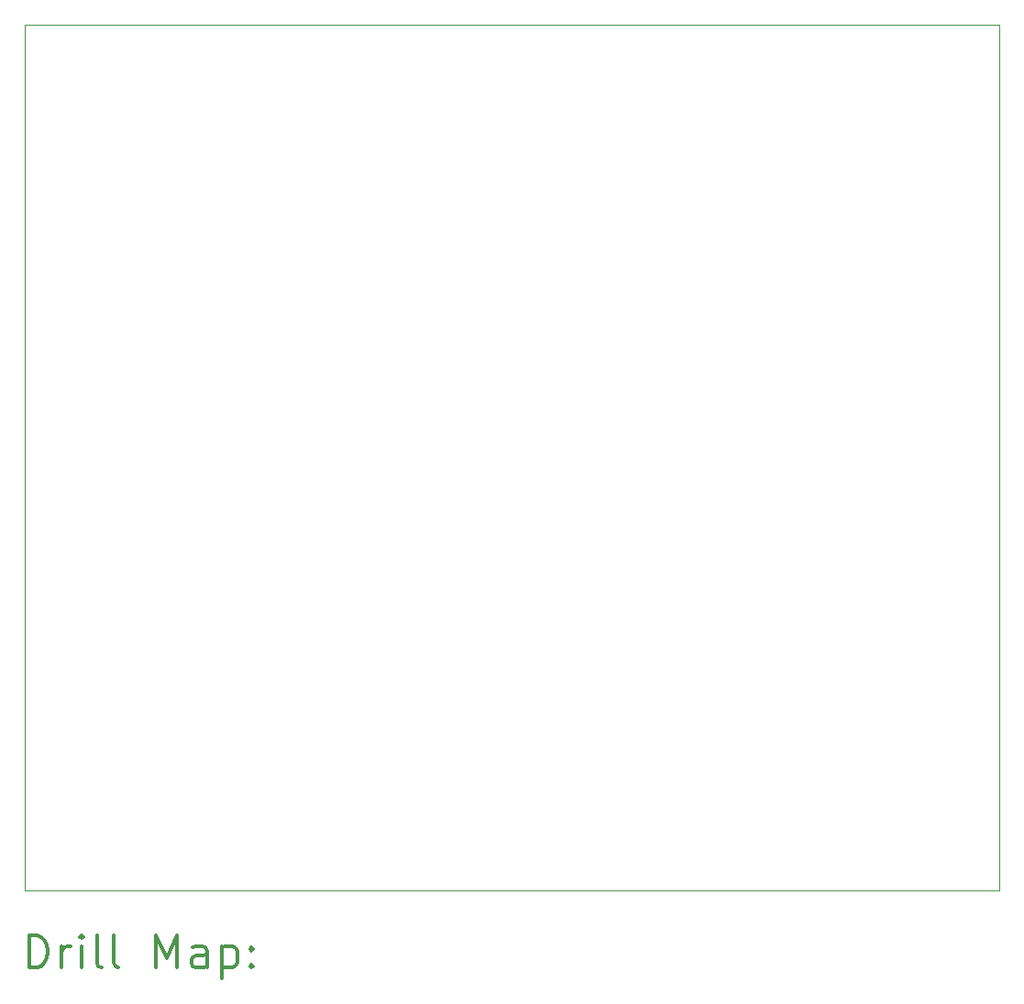
<source format=gbr>
%FSLAX45Y45*%
G04 Gerber Fmt 4.5, Leading zero omitted, Abs format (unit mm)*
G04 Created by KiCad (PCBNEW 5.1.7-a382d34a8~87~ubuntu18.04.1) date 2021-02-18 22:44:35*
%MOMM*%
%LPD*%
G01*
G04 APERTURE LIST*
%TA.AperFunction,Profile*%
%ADD10C,0.100000*%
%TD*%
%ADD11C,0.200000*%
%ADD12C,0.300000*%
G04 APERTURE END LIST*
D10*
X9000000Y-4000000D02*
X9000000Y-5000000D01*
X18000000Y-4000000D02*
X9000000Y-4000000D01*
X18000000Y-5000000D02*
X18000000Y-4000000D01*
X9000000Y-12000000D02*
X9000000Y-5000000D01*
X18000000Y-12000000D02*
X9000000Y-12000000D01*
X18000000Y-5000000D02*
X18000000Y-12000000D01*
D11*
D12*
X9036429Y-12715714D02*
X9036429Y-12415714D01*
X9107857Y-12415714D01*
X9150714Y-12430000D01*
X9179286Y-12458571D01*
X9193571Y-12487143D01*
X9207857Y-12544286D01*
X9207857Y-12587143D01*
X9193571Y-12644286D01*
X9179286Y-12672857D01*
X9150714Y-12701428D01*
X9107857Y-12715714D01*
X9036429Y-12715714D01*
X9336429Y-12715714D02*
X9336429Y-12515714D01*
X9336429Y-12572857D02*
X9350714Y-12544286D01*
X9365000Y-12530000D01*
X9393571Y-12515714D01*
X9422143Y-12515714D01*
X9522143Y-12715714D02*
X9522143Y-12515714D01*
X9522143Y-12415714D02*
X9507857Y-12430000D01*
X9522143Y-12444286D01*
X9536429Y-12430000D01*
X9522143Y-12415714D01*
X9522143Y-12444286D01*
X9707857Y-12715714D02*
X9679286Y-12701428D01*
X9665000Y-12672857D01*
X9665000Y-12415714D01*
X9865000Y-12715714D02*
X9836429Y-12701428D01*
X9822143Y-12672857D01*
X9822143Y-12415714D01*
X10207857Y-12715714D02*
X10207857Y-12415714D01*
X10307857Y-12630000D01*
X10407857Y-12415714D01*
X10407857Y-12715714D01*
X10679286Y-12715714D02*
X10679286Y-12558571D01*
X10665000Y-12530000D01*
X10636429Y-12515714D01*
X10579286Y-12515714D01*
X10550714Y-12530000D01*
X10679286Y-12701428D02*
X10650714Y-12715714D01*
X10579286Y-12715714D01*
X10550714Y-12701428D01*
X10536429Y-12672857D01*
X10536429Y-12644286D01*
X10550714Y-12615714D01*
X10579286Y-12601428D01*
X10650714Y-12601428D01*
X10679286Y-12587143D01*
X10822143Y-12515714D02*
X10822143Y-12815714D01*
X10822143Y-12530000D02*
X10850714Y-12515714D01*
X10907857Y-12515714D01*
X10936429Y-12530000D01*
X10950714Y-12544286D01*
X10965000Y-12572857D01*
X10965000Y-12658571D01*
X10950714Y-12687143D01*
X10936429Y-12701428D01*
X10907857Y-12715714D01*
X10850714Y-12715714D01*
X10822143Y-12701428D01*
X11093571Y-12687143D02*
X11107857Y-12701428D01*
X11093571Y-12715714D01*
X11079286Y-12701428D01*
X11093571Y-12687143D01*
X11093571Y-12715714D01*
X11093571Y-12530000D02*
X11107857Y-12544286D01*
X11093571Y-12558571D01*
X11079286Y-12544286D01*
X11093571Y-12530000D01*
X11093571Y-12558571D01*
M02*

</source>
